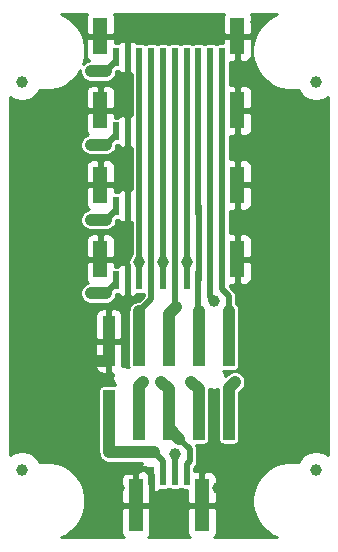
<source format=gbr>
G04 #@! TF.GenerationSoftware,KiCad,Pcbnew,5.1.0-rc2-unknown-036be7d~80~ubuntu16.04.1*
G04 #@! TF.CreationDate,2023-05-22T15:02:47+03:00*
G04 #@! TF.ProjectId,UEXT-P4Q_Rev_A,55455854-2d50-4345-915f-5265765f412e,A*
G04 #@! TF.SameCoordinates,Original*
G04 #@! TF.FileFunction,Copper,L1,Top*
G04 #@! TF.FilePolarity,Positive*
%FSLAX46Y46*%
G04 Gerber Fmt 4.6, Leading zero omitted, Abs format (unit mm)*
G04 Created by KiCad (PCBNEW 5.1.0-rc2-unknown-036be7d~80~ubuntu16.04.1) date 2023-05-22 15:02:47*
%MOMM*%
%LPD*%
G04 APERTURE LIST*
%ADD10C,1.000000*%
%ADD11R,1.200000X3.100000*%
%ADD12R,0.600000X1.550000*%
%ADD13R,0.500000X1.550000*%
%ADD14R,1.200000X4.500000*%
%ADD15R,1.000000X4.250000*%
%ADD16C,0.508000*%
%ADD17C,1.016000*%
%ADD18C,0.254000*%
G04 APERTURE END LIST*
D10*
X99441000Y-165608000D03*
X74549000Y-165608000D03*
X74549000Y-132715000D03*
X99441000Y-132715000D03*
D11*
X92800000Y-128850000D03*
X81200000Y-128850000D03*
D12*
X91500000Y-130625000D03*
X90500000Y-130625000D03*
X89500000Y-130625000D03*
X88500000Y-130625000D03*
X87500000Y-130625000D03*
X86500000Y-130625000D03*
X85500000Y-130625000D03*
X84500000Y-130625000D03*
X83500000Y-130625000D03*
X82500000Y-130625000D03*
D13*
X88500000Y-166100000D03*
X86500000Y-166100000D03*
X87500000Y-166100000D03*
D14*
X84200000Y-168575000D03*
X89800000Y-168575000D03*
D13*
X85500000Y-166100000D03*
D15*
X81920000Y-160925000D03*
X81920000Y-154675000D03*
X84460000Y-160925000D03*
X84460000Y-154675000D03*
X87000000Y-160925000D03*
X87000000Y-154675000D03*
X89540000Y-160925000D03*
X89540000Y-154675000D03*
X92080000Y-160925000D03*
X92080000Y-154675000D03*
D11*
X92800000Y-135150000D03*
X81200000Y-135150000D03*
D12*
X91500000Y-136925000D03*
X90500000Y-136925000D03*
X89500000Y-136925000D03*
X88500000Y-136925000D03*
X87500000Y-136925000D03*
X86500000Y-136925000D03*
X85500000Y-136925000D03*
X84500000Y-136925000D03*
X83500000Y-136925000D03*
X82500000Y-136925000D03*
X82500000Y-143225000D03*
X83500000Y-143225000D03*
X84500000Y-143225000D03*
X85500000Y-143225000D03*
X86500000Y-143225000D03*
X87500000Y-143225000D03*
X88500000Y-143225000D03*
X89500000Y-143225000D03*
X90500000Y-143225000D03*
X91500000Y-143225000D03*
D11*
X81200000Y-141450000D03*
X92800000Y-141450000D03*
X92800000Y-147750000D03*
X81200000Y-147750000D03*
D12*
X91500000Y-149525000D03*
X90500000Y-149525000D03*
X89500000Y-149525000D03*
X88500000Y-149525000D03*
X87500000Y-149525000D03*
X86500000Y-149525000D03*
X85500000Y-149525000D03*
X84500000Y-149525000D03*
X83500000Y-149525000D03*
X82500000Y-149525000D03*
D10*
X84455000Y-147955000D03*
X84836000Y-158115000D03*
X86487000Y-147955000D03*
X86360000Y-158115000D03*
X87503000Y-164211000D03*
X87630000Y-151765000D03*
X88519000Y-147955000D03*
X88900000Y-158115000D03*
X90805000Y-151257000D03*
X92583000Y-158115000D03*
X78105000Y-156337000D03*
X82804000Y-167132000D03*
X91186000Y-167132000D03*
X86995000Y-170688000D03*
X79756000Y-170688000D03*
X94234000Y-170688000D03*
X83058000Y-151384000D03*
X83058000Y-145034000D03*
X83058000Y-138811000D03*
X83058000Y-132461000D03*
X74930000Y-162560000D03*
X74930000Y-156210000D03*
X74930000Y-149860000D03*
X74930000Y-143510000D03*
X74930000Y-137160000D03*
X99060000Y-135890000D03*
X99060000Y-142240000D03*
X99060000Y-148590000D03*
X99060000Y-154940000D03*
X99060000Y-161290000D03*
X78105000Y-154940000D03*
X86995000Y-127635000D03*
X94361000Y-127635000D03*
X79629000Y-127635000D03*
X81925000Y-164084000D03*
X83185000Y-164084000D03*
X81661000Y-150622000D03*
X80391000Y-150622000D03*
X80391000Y-144399000D03*
X81661000Y-144399000D03*
X80391000Y-138049000D03*
X81661000Y-138049000D03*
X80391000Y-131826000D03*
X81661000Y-131826000D03*
D16*
X84500000Y-148000000D02*
X84455000Y-147955000D01*
X84500000Y-149525000D02*
X84500000Y-148000000D01*
D17*
X84460000Y-158491000D02*
X84836000Y-158115000D01*
X84460000Y-160925000D02*
X84460000Y-158491000D01*
D16*
X84500000Y-147910000D02*
X84455000Y-147955000D01*
X84500000Y-143225000D02*
X84500000Y-147910000D01*
X84500000Y-143225000D02*
X84500000Y-138131000D01*
X84500000Y-136925000D02*
X84500000Y-138131000D01*
X84500000Y-136925000D02*
X84500000Y-132760000D01*
X84500000Y-130625000D02*
X84500000Y-132760000D01*
D17*
X84460000Y-154675000D02*
X84460000Y-152151000D01*
D16*
X85500000Y-151111000D02*
X84460000Y-152151000D01*
X85500000Y-149525000D02*
X85500000Y-151111000D01*
X85471000Y-149496000D02*
X85500000Y-149525000D01*
X85471000Y-143254000D02*
X85471000Y-149496000D01*
X85500000Y-143225000D02*
X85471000Y-143254000D01*
X85500000Y-143225000D02*
X85500000Y-138205000D01*
X85500000Y-136925000D02*
X85500000Y-138205000D01*
X85500000Y-136925000D02*
X85500000Y-132813000D01*
X85500000Y-130625000D02*
X85500000Y-132813000D01*
D17*
X87000000Y-162057000D02*
X87884000Y-162941000D01*
X87000000Y-160925000D02*
X87000000Y-162057000D01*
D16*
X88500000Y-166100000D02*
X88500000Y-165119000D01*
X88500000Y-165119000D02*
X88773000Y-164846000D01*
X88773000Y-163830000D02*
X87884000Y-162941000D01*
X88773000Y-164846000D02*
X88773000Y-163830000D01*
X86500000Y-147968000D02*
X86487000Y-147955000D01*
X86500000Y-149525000D02*
X86500000Y-147968000D01*
D17*
X87000000Y-158755000D02*
X87000000Y-160925000D01*
X86360000Y-158115000D02*
X87000000Y-158755000D01*
D16*
X86500000Y-147942000D02*
X86487000Y-147955000D01*
X86500000Y-143225000D02*
X86500000Y-147942000D01*
X86500000Y-143225000D02*
X86500000Y-139052000D01*
X86500000Y-136925000D02*
X86500000Y-139052000D01*
X86500000Y-136925000D02*
X86500000Y-132829000D01*
X86500000Y-130625000D02*
X86500000Y-132829000D01*
X87500000Y-164214000D02*
X87500000Y-166100000D01*
X87503000Y-164211000D02*
X87500000Y-164214000D01*
D17*
X87000000Y-152395000D02*
X87000000Y-154675000D01*
X87630000Y-151765000D02*
X87000000Y-152395000D01*
D16*
X87630000Y-151765000D02*
X87500000Y-151635000D01*
X87500000Y-151635000D02*
X87500000Y-149525000D01*
X87500000Y-149525000D02*
X87500000Y-144275000D01*
X87500000Y-143225000D02*
X87500000Y-144275000D01*
X87500000Y-143225000D02*
X87500000Y-139068000D01*
X87500000Y-136925000D02*
X87500000Y-139068000D01*
X87500000Y-136925000D02*
X87500000Y-132845000D01*
X87500000Y-130625000D02*
X87500000Y-132845000D01*
X88500000Y-147974000D02*
X88519000Y-147955000D01*
X88500000Y-149525000D02*
X88500000Y-147974000D01*
D17*
X89540000Y-158755000D02*
X88900000Y-158115000D01*
X89540000Y-160925000D02*
X89540000Y-158755000D01*
D16*
X88500000Y-147936000D02*
X88519000Y-147955000D01*
X88500000Y-143225000D02*
X88500000Y-147936000D01*
X88500000Y-143225000D02*
X88500000Y-139084000D01*
X88500000Y-136925000D02*
X88500000Y-139084000D01*
X88500000Y-136925000D02*
X88500000Y-132861000D01*
X88500000Y-130625000D02*
X88500000Y-132861000D01*
D17*
X89540000Y-154675000D02*
X89540000Y-152151000D01*
D16*
X89500000Y-152111000D02*
X89540000Y-152151000D01*
X89500000Y-149525000D02*
X89500000Y-152111000D01*
X89535000Y-149490000D02*
X89500000Y-149525000D01*
X89535000Y-143260000D02*
X89535000Y-149490000D01*
X89500000Y-143225000D02*
X89535000Y-143260000D01*
X89500000Y-143225000D02*
X89500000Y-139100000D01*
X89500000Y-136925000D02*
X89500000Y-139100000D01*
X89500000Y-136925000D02*
X89500000Y-132877000D01*
X89500000Y-130625000D02*
X89500000Y-132877000D01*
X90500000Y-150952000D02*
X90805000Y-151257000D01*
X90500000Y-149525000D02*
X90500000Y-150952000D01*
D17*
X92080000Y-158618000D02*
X92583000Y-158115000D01*
X92080000Y-160925000D02*
X92080000Y-158618000D01*
D16*
X90500000Y-149525000D02*
X90500000Y-144958000D01*
X90500000Y-143225000D02*
X90500000Y-144958000D01*
X90500000Y-143225000D02*
X90500000Y-139116000D01*
X90500000Y-136925000D02*
X90500000Y-139116000D01*
X90500000Y-136925000D02*
X90500000Y-132766000D01*
X90500000Y-130625000D02*
X90500000Y-132766000D01*
D17*
X92080000Y-154675000D02*
X92080000Y-152151000D01*
D16*
X92075000Y-152146000D02*
X92080000Y-152151000D01*
X92075000Y-150876000D02*
X92075000Y-152146000D01*
X91500000Y-150301000D02*
X92075000Y-150876000D01*
X91500000Y-149525000D02*
X91500000Y-150301000D01*
X91500000Y-149525000D02*
X91500000Y-145228000D01*
X91500000Y-143225000D02*
X91500000Y-145228000D01*
X91500000Y-143225000D02*
X91500000Y-139252000D01*
X91500000Y-136925000D02*
X91500000Y-139252000D01*
X91500000Y-136925000D02*
X91500000Y-132909000D01*
X91500000Y-130625000D02*
X91500000Y-132909000D01*
D17*
X81920000Y-154675000D02*
X81920000Y-156078000D01*
X81920000Y-156078000D02*
X81661000Y-156337000D01*
X81661000Y-156337000D02*
X78105000Y-156337000D01*
D16*
X85500000Y-166100000D02*
X85500000Y-165891000D01*
X85090000Y-165481000D02*
X84074000Y-165481000D01*
X85500000Y-165891000D02*
X85090000Y-165481000D01*
D17*
X80645000Y-165481000D02*
X84074000Y-165481000D01*
X78105000Y-162941000D02*
X80645000Y-165481000D01*
X78105000Y-156337000D02*
X78105000Y-162941000D01*
D16*
X83500000Y-144592000D02*
X83058000Y-145034000D01*
X83500000Y-143225000D02*
X83500000Y-144592000D01*
X83500000Y-150942000D02*
X83058000Y-151384000D01*
X83500000Y-149525000D02*
X83500000Y-150942000D01*
X83500000Y-138369000D02*
X83058000Y-138811000D01*
X83500000Y-136925000D02*
X83500000Y-138369000D01*
X83500000Y-132019000D02*
X83058000Y-132461000D01*
X83500000Y-130625000D02*
X83500000Y-132019000D01*
D17*
X78105000Y-156337000D02*
X78105000Y-154940000D01*
X81920000Y-160925000D02*
X81920000Y-164079000D01*
X81920000Y-164079000D02*
X81925000Y-164084000D01*
X81925000Y-164084000D02*
X85725000Y-164084000D01*
D16*
X86500000Y-164859000D02*
X85725000Y-164084000D01*
X86500000Y-166100000D02*
X86500000Y-164859000D01*
X82500000Y-149783000D02*
X81661000Y-150622000D01*
X82500000Y-149525000D02*
X82500000Y-149783000D01*
D17*
X80391000Y-150622000D02*
X81661000Y-150622000D01*
D16*
X82500000Y-143560000D02*
X81661000Y-144399000D01*
X82500000Y-143225000D02*
X82500000Y-143560000D01*
D17*
X81661000Y-144399000D02*
X80391000Y-144399000D01*
D16*
X82500000Y-137210000D02*
X81661000Y-138049000D01*
X82500000Y-136925000D02*
X82500000Y-137210000D01*
D17*
X81661000Y-138049000D02*
X80391000Y-138049000D01*
D16*
X82500000Y-130987000D02*
X81661000Y-131826000D01*
X82500000Y-130625000D02*
X82500000Y-130987000D01*
D17*
X81661000Y-131826000D02*
X80391000Y-131826000D01*
D18*
G36*
X79989403Y-127114777D02*
G01*
X79965000Y-127237458D01*
X79965000Y-128564250D01*
X80123750Y-128723000D01*
X81073000Y-128723000D01*
X81073000Y-128703000D01*
X81327000Y-128703000D01*
X81327000Y-128723000D01*
X82276250Y-128723000D01*
X82435000Y-128564250D01*
X82435000Y-127237458D01*
X82410597Y-127114777D01*
X82366369Y-127008000D01*
X91633631Y-127008000D01*
X91589403Y-127114777D01*
X91565000Y-127237458D01*
X91565000Y-128564250D01*
X91723750Y-128723000D01*
X92673000Y-128723000D01*
X92673000Y-128703000D01*
X92927000Y-128703000D01*
X92927000Y-128723000D01*
X93876250Y-128723000D01*
X94035000Y-128564250D01*
X94035000Y-127237458D01*
X94010597Y-127114777D01*
X93966369Y-127008000D01*
X96170879Y-127008000D01*
X95824075Y-127151651D01*
X95279161Y-127515750D01*
X94815750Y-127979161D01*
X94451651Y-128524075D01*
X94200855Y-129129550D01*
X94073000Y-129772319D01*
X94073000Y-130427681D01*
X94200855Y-131070450D01*
X94451651Y-131675925D01*
X94815750Y-132220839D01*
X95279161Y-132684250D01*
X95824075Y-133048349D01*
X96429550Y-133299145D01*
X97072319Y-133427000D01*
X97727681Y-133427000D01*
X97940052Y-133384757D01*
X97984992Y-133493252D01*
X98164798Y-133762352D01*
X98393648Y-133991202D01*
X98662748Y-134171008D01*
X98961755Y-134294861D01*
X99279179Y-134358000D01*
X99602821Y-134358000D01*
X99920245Y-134294861D01*
X100219252Y-134171008D01*
X100488352Y-133991202D01*
X100492001Y-133987553D01*
X100492000Y-164335446D01*
X100488352Y-164331798D01*
X100219252Y-164151992D01*
X99920245Y-164028139D01*
X99602821Y-163965000D01*
X99279179Y-163965000D01*
X98961755Y-164028139D01*
X98662748Y-164151992D01*
X98393648Y-164331798D01*
X98164798Y-164560648D01*
X97984992Y-164829748D01*
X97948853Y-164916994D01*
X97727681Y-164873000D01*
X97072319Y-164873000D01*
X96429550Y-165000855D01*
X95824075Y-165251651D01*
X95279161Y-165615750D01*
X94815750Y-166079161D01*
X94451651Y-166624075D01*
X94200855Y-167229550D01*
X94073000Y-167872319D01*
X94073000Y-168527681D01*
X94200855Y-169170450D01*
X94451651Y-169775925D01*
X94815750Y-170320839D01*
X95279161Y-170784250D01*
X95824075Y-171148349D01*
X96170879Y-171292000D01*
X90831026Y-171292000D01*
X90893237Y-171229789D01*
X90962730Y-171125785D01*
X91010597Y-171010223D01*
X91035000Y-170887542D01*
X91035000Y-168860750D01*
X90876250Y-168702000D01*
X89927000Y-168702000D01*
X89927000Y-168722000D01*
X89673000Y-168722000D01*
X89673000Y-168702000D01*
X88723750Y-168702000D01*
X88565000Y-168860750D01*
X88565000Y-170887542D01*
X88589403Y-171010223D01*
X88637270Y-171125785D01*
X88706763Y-171229789D01*
X88768974Y-171292000D01*
X85231026Y-171292000D01*
X85293237Y-171229789D01*
X85362730Y-171125785D01*
X85410597Y-171010223D01*
X85435000Y-170887542D01*
X85435000Y-168860750D01*
X85276250Y-168702000D01*
X84327000Y-168702000D01*
X84327000Y-168722000D01*
X84073000Y-168722000D01*
X84073000Y-168702000D01*
X83123750Y-168702000D01*
X82965000Y-168860750D01*
X82965000Y-170887542D01*
X82989403Y-171010223D01*
X83037270Y-171125785D01*
X83106763Y-171229789D01*
X83168974Y-171292000D01*
X77829121Y-171292000D01*
X78175925Y-171148349D01*
X78720839Y-170784250D01*
X79184250Y-170320839D01*
X79548349Y-169775925D01*
X79799145Y-169170450D01*
X79927000Y-168527681D01*
X79927000Y-167872319D01*
X79799145Y-167229550D01*
X79548349Y-166624075D01*
X79306725Y-166262458D01*
X82965000Y-166262458D01*
X82965000Y-168289250D01*
X83123750Y-168448000D01*
X84073000Y-168448000D01*
X84073000Y-165848750D01*
X83914250Y-165690000D01*
X83537458Y-165690000D01*
X83414777Y-165714403D01*
X83299215Y-165762270D01*
X83195211Y-165831763D01*
X83106763Y-165920211D01*
X83037270Y-166024215D01*
X82989403Y-166139777D01*
X82965000Y-166262458D01*
X79306725Y-166262458D01*
X79184250Y-166079161D01*
X78720839Y-165615750D01*
X78175925Y-165251651D01*
X77570450Y-165000855D01*
X76927681Y-164873000D01*
X76272319Y-164873000D01*
X76041908Y-164918832D01*
X76005008Y-164829748D01*
X75825202Y-164560648D01*
X75596352Y-164331798D01*
X75327252Y-164151992D01*
X75151035Y-164079000D01*
X81026700Y-164079000D01*
X81043864Y-164253274D01*
X81094698Y-164420852D01*
X81177248Y-164575291D01*
X81253181Y-164667815D01*
X81288342Y-164710659D01*
X81291085Y-164712910D01*
X81293341Y-164715659D01*
X81428709Y-164826753D01*
X81583149Y-164909303D01*
X81750726Y-164960136D01*
X81881333Y-164973000D01*
X81881339Y-164973000D01*
X81924999Y-164977300D01*
X81968659Y-164973000D01*
X84721491Y-164973000D01*
X84687270Y-165024215D01*
X84639403Y-165139777D01*
X84615000Y-165262458D01*
X84615000Y-165690000D01*
X84485750Y-165690000D01*
X84327000Y-165848750D01*
X84327000Y-168448000D01*
X85276250Y-168448000D01*
X85435000Y-168289250D01*
X85435000Y-166262458D01*
X85410597Y-166139777D01*
X85362730Y-166024215D01*
X85353000Y-166009653D01*
X85353000Y-165973000D01*
X85375000Y-165973000D01*
X85375000Y-165953000D01*
X85625000Y-165953000D01*
X85625000Y-165973000D01*
X85647000Y-165973000D01*
X85647000Y-166227000D01*
X85625000Y-166227000D01*
X85625000Y-167351250D01*
X85783750Y-167510000D01*
X85812542Y-167510000D01*
X85935223Y-167485597D01*
X86050785Y-167437730D01*
X86154789Y-167368237D01*
X86243237Y-167279789D01*
X86257901Y-167257843D01*
X86750000Y-167257843D01*
X86824689Y-167250487D01*
X86896508Y-167228701D01*
X86962696Y-167193322D01*
X87000000Y-167162708D01*
X87037304Y-167193322D01*
X87103492Y-167228701D01*
X87175311Y-167250487D01*
X87250000Y-167257843D01*
X87750000Y-167257843D01*
X87824689Y-167250487D01*
X87896508Y-167228701D01*
X87962696Y-167193322D01*
X88000000Y-167162708D01*
X88037304Y-167193322D01*
X88103492Y-167228701D01*
X88175311Y-167250487D01*
X88250000Y-167257843D01*
X88565000Y-167257843D01*
X88565000Y-168289250D01*
X88723750Y-168448000D01*
X89673000Y-168448000D01*
X89673000Y-165848750D01*
X89927000Y-165848750D01*
X89927000Y-168448000D01*
X90876250Y-168448000D01*
X91035000Y-168289250D01*
X91035000Y-166262458D01*
X91010597Y-166139777D01*
X90962730Y-166024215D01*
X90893237Y-165920211D01*
X90804789Y-165831763D01*
X90700785Y-165762270D01*
X90585223Y-165714403D01*
X90462542Y-165690000D01*
X90085750Y-165690000D01*
X89927000Y-165848750D01*
X89673000Y-165848750D01*
X89514250Y-165690000D01*
X89137458Y-165690000D01*
X89135000Y-165690489D01*
X89135000Y-165382024D01*
X89199951Y-165317073D01*
X89224185Y-165297185D01*
X89303537Y-165200494D01*
X89362502Y-165090180D01*
X89398812Y-164970482D01*
X89408000Y-164877192D01*
X89408000Y-164877182D01*
X89411071Y-164846001D01*
X89408000Y-164814820D01*
X89408000Y-163861189D01*
X89411072Y-163830000D01*
X89406841Y-163787044D01*
X89398812Y-163705518D01*
X89362502Y-163585820D01*
X89330892Y-163526682D01*
X89303538Y-163475506D01*
X89268525Y-163432843D01*
X90040000Y-163432843D01*
X90114689Y-163425487D01*
X90186508Y-163403701D01*
X90252696Y-163368322D01*
X90310711Y-163320711D01*
X90358322Y-163262696D01*
X90393701Y-163196508D01*
X90415487Y-163124689D01*
X90422843Y-163050000D01*
X90422843Y-161031178D01*
X90429000Y-160968667D01*
X90429000Y-158798660D01*
X90433300Y-158755000D01*
X90429000Y-158711340D01*
X90429000Y-158711333D01*
X90428248Y-158703700D01*
X90523853Y-158743301D01*
X90713380Y-158781000D01*
X90906620Y-158781000D01*
X91096147Y-158743301D01*
X91191001Y-158704011D01*
X91191000Y-160968666D01*
X91197157Y-161031177D01*
X91197157Y-163050000D01*
X91204513Y-163124689D01*
X91226299Y-163196508D01*
X91261678Y-163262696D01*
X91309289Y-163320711D01*
X91367304Y-163368322D01*
X91433492Y-163403701D01*
X91505311Y-163425487D01*
X91580000Y-163432843D01*
X92580000Y-163432843D01*
X92654689Y-163425487D01*
X92726508Y-163403701D01*
X92792696Y-163368322D01*
X92850711Y-163320711D01*
X92898322Y-163262696D01*
X92933701Y-163196508D01*
X92955487Y-163124689D01*
X92962843Y-163050000D01*
X92962843Y-161031178D01*
X92969000Y-160968667D01*
X92969000Y-158986234D01*
X93242494Y-158712740D01*
X93325751Y-158611292D01*
X93408302Y-158456853D01*
X93459136Y-158289276D01*
X93476300Y-158115001D01*
X93459136Y-157940726D01*
X93408302Y-157773149D01*
X93325751Y-157618709D01*
X93214658Y-157483342D01*
X93079291Y-157372249D01*
X92924851Y-157289698D01*
X92757274Y-157238864D01*
X92582999Y-157221700D01*
X92408724Y-157238864D01*
X92241147Y-157289698D01*
X92086708Y-157372249D01*
X91985260Y-157455506D01*
X91782105Y-157658661D01*
X91753301Y-157513853D01*
X91679351Y-157335322D01*
X91577290Y-157182576D01*
X91580000Y-157182843D01*
X92580000Y-157182843D01*
X92654689Y-157175487D01*
X92726508Y-157153701D01*
X92792696Y-157118322D01*
X92850711Y-157070711D01*
X92898322Y-157012696D01*
X92933701Y-156946508D01*
X92955487Y-156874689D01*
X92962843Y-156800000D01*
X92962843Y-154781178D01*
X92969000Y-154718667D01*
X92969000Y-152107333D01*
X92956136Y-151976726D01*
X92905303Y-151809149D01*
X92822753Y-151654709D01*
X92711659Y-151519341D01*
X92710000Y-151517979D01*
X92710000Y-150907189D01*
X92713072Y-150876000D01*
X92708297Y-150827519D01*
X92700812Y-150751518D01*
X92664502Y-150631820D01*
X92632892Y-150572682D01*
X92605538Y-150521506D01*
X92546069Y-150449043D01*
X92546065Y-150449039D01*
X92526185Y-150424815D01*
X92501961Y-150404935D01*
X92182843Y-150085818D01*
X92182843Y-149935000D01*
X92514250Y-149935000D01*
X92673000Y-149776250D01*
X92673000Y-147877000D01*
X92927000Y-147877000D01*
X92927000Y-149776250D01*
X93085750Y-149935000D01*
X93462542Y-149935000D01*
X93585223Y-149910597D01*
X93700785Y-149862730D01*
X93804789Y-149793237D01*
X93893237Y-149704789D01*
X93962730Y-149600785D01*
X94010597Y-149485223D01*
X94035000Y-149362542D01*
X94035000Y-148035750D01*
X93876250Y-147877000D01*
X92927000Y-147877000D01*
X92673000Y-147877000D01*
X92653000Y-147877000D01*
X92653000Y-147623000D01*
X92673000Y-147623000D01*
X92673000Y-145723750D01*
X92927000Y-145723750D01*
X92927000Y-147623000D01*
X93876250Y-147623000D01*
X94035000Y-147464250D01*
X94035000Y-146137458D01*
X94010597Y-146014777D01*
X93962730Y-145899215D01*
X93893237Y-145795211D01*
X93804789Y-145706763D01*
X93700785Y-145637270D01*
X93585223Y-145589403D01*
X93462542Y-145565000D01*
X93085750Y-145565000D01*
X92927000Y-145723750D01*
X92673000Y-145723750D01*
X92514250Y-145565000D01*
X92137458Y-145565000D01*
X92135000Y-145565489D01*
X92135000Y-144181494D01*
X92153701Y-144146508D01*
X92175487Y-144074689D01*
X92182843Y-144000000D01*
X92182843Y-143635000D01*
X92514250Y-143635000D01*
X92673000Y-143476250D01*
X92673000Y-141577000D01*
X92927000Y-141577000D01*
X92927000Y-143476250D01*
X93085750Y-143635000D01*
X93462542Y-143635000D01*
X93585223Y-143610597D01*
X93700785Y-143562730D01*
X93804789Y-143493237D01*
X93893237Y-143404789D01*
X93962730Y-143300785D01*
X94010597Y-143185223D01*
X94035000Y-143062542D01*
X94035000Y-141735750D01*
X93876250Y-141577000D01*
X92927000Y-141577000D01*
X92673000Y-141577000D01*
X92653000Y-141577000D01*
X92653000Y-141323000D01*
X92673000Y-141323000D01*
X92673000Y-139423750D01*
X92927000Y-139423750D01*
X92927000Y-141323000D01*
X93876250Y-141323000D01*
X94035000Y-141164250D01*
X94035000Y-139837458D01*
X94010597Y-139714777D01*
X93962730Y-139599215D01*
X93893237Y-139495211D01*
X93804789Y-139406763D01*
X93700785Y-139337270D01*
X93585223Y-139289403D01*
X93462542Y-139265000D01*
X93085750Y-139265000D01*
X92927000Y-139423750D01*
X92673000Y-139423750D01*
X92514250Y-139265000D01*
X92137458Y-139265000D01*
X92135000Y-139265489D01*
X92135000Y-137881494D01*
X92153701Y-137846508D01*
X92175487Y-137774689D01*
X92182843Y-137700000D01*
X92182843Y-137335000D01*
X92514250Y-137335000D01*
X92673000Y-137176250D01*
X92673000Y-135277000D01*
X92927000Y-135277000D01*
X92927000Y-137176250D01*
X93085750Y-137335000D01*
X93462542Y-137335000D01*
X93585223Y-137310597D01*
X93700785Y-137262730D01*
X93804789Y-137193237D01*
X93893237Y-137104789D01*
X93962730Y-137000785D01*
X94010597Y-136885223D01*
X94035000Y-136762542D01*
X94035000Y-135435750D01*
X93876250Y-135277000D01*
X92927000Y-135277000D01*
X92673000Y-135277000D01*
X92653000Y-135277000D01*
X92653000Y-135023000D01*
X92673000Y-135023000D01*
X92673000Y-133123750D01*
X92927000Y-133123750D01*
X92927000Y-135023000D01*
X93876250Y-135023000D01*
X94035000Y-134864250D01*
X94035000Y-133537458D01*
X94010597Y-133414777D01*
X93962730Y-133299215D01*
X93893237Y-133195211D01*
X93804789Y-133106763D01*
X93700785Y-133037270D01*
X93585223Y-132989403D01*
X93462542Y-132965000D01*
X93085750Y-132965000D01*
X92927000Y-133123750D01*
X92673000Y-133123750D01*
X92514250Y-132965000D01*
X92137458Y-132965000D01*
X92135000Y-132965489D01*
X92135000Y-131581494D01*
X92153701Y-131546508D01*
X92175487Y-131474689D01*
X92182843Y-131400000D01*
X92182843Y-131035000D01*
X92514250Y-131035000D01*
X92673000Y-130876250D01*
X92673000Y-128977000D01*
X92927000Y-128977000D01*
X92927000Y-130876250D01*
X93085750Y-131035000D01*
X93462542Y-131035000D01*
X93585223Y-131010597D01*
X93700785Y-130962730D01*
X93804789Y-130893237D01*
X93893237Y-130804789D01*
X93962730Y-130700785D01*
X94010597Y-130585223D01*
X94035000Y-130462542D01*
X94035000Y-129135750D01*
X93876250Y-128977000D01*
X92927000Y-128977000D01*
X92673000Y-128977000D01*
X91723750Y-128977000D01*
X91565000Y-129135750D01*
X91565000Y-129467157D01*
X91200000Y-129467157D01*
X91125311Y-129474513D01*
X91053492Y-129496299D01*
X91000000Y-129524892D01*
X90946508Y-129496299D01*
X90874689Y-129474513D01*
X90800000Y-129467157D01*
X90200000Y-129467157D01*
X90125311Y-129474513D01*
X90053492Y-129496299D01*
X90000000Y-129524892D01*
X89946508Y-129496299D01*
X89874689Y-129474513D01*
X89800000Y-129467157D01*
X89200000Y-129467157D01*
X89125311Y-129474513D01*
X89053492Y-129496299D01*
X89000000Y-129524892D01*
X88946508Y-129496299D01*
X88874689Y-129474513D01*
X88800000Y-129467157D01*
X88200000Y-129467157D01*
X88125311Y-129474513D01*
X88053492Y-129496299D01*
X88000000Y-129524892D01*
X87946508Y-129496299D01*
X87874689Y-129474513D01*
X87800000Y-129467157D01*
X87200000Y-129467157D01*
X87125311Y-129474513D01*
X87053492Y-129496299D01*
X87000000Y-129524892D01*
X86946508Y-129496299D01*
X86874689Y-129474513D01*
X86800000Y-129467157D01*
X86200000Y-129467157D01*
X86125311Y-129474513D01*
X86053492Y-129496299D01*
X86000000Y-129524892D01*
X85946508Y-129496299D01*
X85874689Y-129474513D01*
X85800000Y-129467157D01*
X85200000Y-129467157D01*
X85125311Y-129474513D01*
X85053492Y-129496299D01*
X85000000Y-129524892D01*
X84946508Y-129496299D01*
X84874689Y-129474513D01*
X84800000Y-129467157D01*
X84307901Y-129467157D01*
X84293237Y-129445211D01*
X84204789Y-129356763D01*
X84100785Y-129287270D01*
X83985223Y-129239403D01*
X83862542Y-129215000D01*
X83785750Y-129215000D01*
X83627000Y-129373750D01*
X83627000Y-130498000D01*
X83647000Y-130498000D01*
X83647000Y-130752000D01*
X83627000Y-130752000D01*
X83627000Y-131876250D01*
X83785750Y-132035000D01*
X83862542Y-132035000D01*
X83865001Y-132034511D01*
X83865001Y-132728808D01*
X83865000Y-135515489D01*
X83862542Y-135515000D01*
X83785750Y-135515000D01*
X83627000Y-135673750D01*
X83627000Y-136798000D01*
X83647000Y-136798000D01*
X83647000Y-137052000D01*
X83627000Y-137052000D01*
X83627000Y-138176250D01*
X83785750Y-138335000D01*
X83862542Y-138335000D01*
X83865001Y-138334511D01*
X83865000Y-141815489D01*
X83862542Y-141815000D01*
X83785750Y-141815000D01*
X83627000Y-141973750D01*
X83627000Y-143098000D01*
X83647000Y-143098000D01*
X83647000Y-143352000D01*
X83627000Y-143352000D01*
X83627000Y-144476250D01*
X83785750Y-144635000D01*
X83862542Y-144635000D01*
X83865000Y-144634511D01*
X83865001Y-147299076D01*
X83770682Y-147393395D01*
X83674268Y-147537690D01*
X83607856Y-147698022D01*
X83574000Y-147868229D01*
X83574000Y-148041771D01*
X83607856Y-148211978D01*
X83631556Y-148269194D01*
X83627000Y-148273750D01*
X83627000Y-149398000D01*
X83647000Y-149398000D01*
X83647000Y-149652000D01*
X83627000Y-149652000D01*
X83627000Y-150776250D01*
X83785750Y-150935000D01*
X83862542Y-150935000D01*
X83985223Y-150910597D01*
X84100785Y-150862730D01*
X84204789Y-150793237D01*
X84293237Y-150704789D01*
X84307901Y-150682843D01*
X84800000Y-150682843D01*
X84865001Y-150676441D01*
X84865001Y-150847974D01*
X84454761Y-151258215D01*
X84285727Y-151274864D01*
X84118150Y-151325697D01*
X83963710Y-151408247D01*
X83828342Y-151519341D01*
X83717248Y-151654709D01*
X83634698Y-151809149D01*
X83583865Y-151976726D01*
X83571001Y-152107333D01*
X83571000Y-154718666D01*
X83577157Y-154781177D01*
X83577157Y-156800000D01*
X83584513Y-156874689D01*
X83593845Y-156905451D01*
X83476147Y-156856699D01*
X83286620Y-156819000D01*
X83093380Y-156819000D01*
X83055000Y-156826634D01*
X83055000Y-154960750D01*
X82896250Y-154802000D01*
X82047000Y-154802000D01*
X82047000Y-157276250D01*
X82205750Y-157435000D01*
X82279361Y-157435000D01*
X82246699Y-157513853D01*
X82209000Y-157703380D01*
X82209000Y-157896620D01*
X82246699Y-158086147D01*
X82320649Y-158264678D01*
X82422710Y-158417424D01*
X82420000Y-158417157D01*
X81420000Y-158417157D01*
X81345311Y-158424513D01*
X81273492Y-158446299D01*
X81207304Y-158481678D01*
X81149289Y-158529289D01*
X81101678Y-158587304D01*
X81066299Y-158653492D01*
X81044513Y-158725311D01*
X81037157Y-158800000D01*
X81037157Y-160818823D01*
X81031000Y-160881334D01*
X81031001Y-164035330D01*
X81026700Y-164079000D01*
X75151035Y-164079000D01*
X75028245Y-164028139D01*
X74710821Y-163965000D01*
X74387179Y-163965000D01*
X74069755Y-164028139D01*
X73770748Y-164151992D01*
X73508000Y-164327554D01*
X73508000Y-154960750D01*
X80785000Y-154960750D01*
X80785000Y-156862542D01*
X80809403Y-156985223D01*
X80857270Y-157100785D01*
X80926763Y-157204789D01*
X81015211Y-157293237D01*
X81119215Y-157362730D01*
X81234777Y-157410597D01*
X81357458Y-157435000D01*
X81634250Y-157435000D01*
X81793000Y-157276250D01*
X81793000Y-154802000D01*
X80943750Y-154802000D01*
X80785000Y-154960750D01*
X73508000Y-154960750D01*
X73508000Y-152487458D01*
X80785000Y-152487458D01*
X80785000Y-154389250D01*
X80943750Y-154548000D01*
X81793000Y-154548000D01*
X81793000Y-152073750D01*
X82047000Y-152073750D01*
X82047000Y-154548000D01*
X82896250Y-154548000D01*
X83055000Y-154389250D01*
X83055000Y-152487458D01*
X83030597Y-152364777D01*
X82982730Y-152249215D01*
X82913237Y-152145211D01*
X82824789Y-152056763D01*
X82720785Y-151987270D01*
X82605223Y-151939403D01*
X82482542Y-151915000D01*
X82205750Y-151915000D01*
X82047000Y-152073750D01*
X81793000Y-152073750D01*
X81634250Y-151915000D01*
X81357458Y-151915000D01*
X81234777Y-151939403D01*
X81119215Y-151987270D01*
X81015211Y-152056763D01*
X80926763Y-152145211D01*
X80857270Y-152249215D01*
X80809403Y-152364777D01*
X80785000Y-152487458D01*
X73508000Y-152487458D01*
X73508000Y-150622000D01*
X79497699Y-150622000D01*
X79514864Y-150796274D01*
X79565697Y-150963851D01*
X79648247Y-151118291D01*
X79759341Y-151253659D01*
X79894709Y-151364753D01*
X80049149Y-151447303D01*
X80216726Y-151498136D01*
X80347333Y-151511000D01*
X81704667Y-151511000D01*
X81835274Y-151498136D01*
X82002851Y-151447303D01*
X82157291Y-151364753D01*
X82292659Y-151253659D01*
X82403753Y-151118291D01*
X82486303Y-150963851D01*
X82537136Y-150796274D01*
X82548308Y-150682843D01*
X82692099Y-150682843D01*
X82706763Y-150704789D01*
X82795211Y-150793237D01*
X82899215Y-150862730D01*
X83014777Y-150910597D01*
X83137458Y-150935000D01*
X83214250Y-150935000D01*
X83373000Y-150776250D01*
X83373000Y-149652000D01*
X83353000Y-149652000D01*
X83353000Y-149398000D01*
X83373000Y-149398000D01*
X83373000Y-148273750D01*
X83214250Y-148115000D01*
X83137458Y-148115000D01*
X83014777Y-148139403D01*
X82899215Y-148187270D01*
X82795211Y-148256763D01*
X82706763Y-148345211D01*
X82692099Y-148367157D01*
X82435000Y-148367157D01*
X82435000Y-148035750D01*
X82276250Y-147877000D01*
X81327000Y-147877000D01*
X81327000Y-147897000D01*
X81073000Y-147897000D01*
X81073000Y-147877000D01*
X80123750Y-147877000D01*
X79965000Y-148035750D01*
X79965000Y-149362542D01*
X79989403Y-149485223D01*
X80037270Y-149600785D01*
X80106763Y-149704789D01*
X80163871Y-149761897D01*
X80049149Y-149796697D01*
X79894709Y-149879247D01*
X79759341Y-149990341D01*
X79648247Y-150125709D01*
X79565697Y-150280149D01*
X79514864Y-150447726D01*
X79497699Y-150622000D01*
X73508000Y-150622000D01*
X73508000Y-146137458D01*
X79965000Y-146137458D01*
X79965000Y-147464250D01*
X80123750Y-147623000D01*
X81073000Y-147623000D01*
X81073000Y-145723750D01*
X81327000Y-145723750D01*
X81327000Y-147623000D01*
X82276250Y-147623000D01*
X82435000Y-147464250D01*
X82435000Y-146137458D01*
X82410597Y-146014777D01*
X82362730Y-145899215D01*
X82293237Y-145795211D01*
X82204789Y-145706763D01*
X82100785Y-145637270D01*
X81985223Y-145589403D01*
X81862542Y-145565000D01*
X81485750Y-145565000D01*
X81327000Y-145723750D01*
X81073000Y-145723750D01*
X80914250Y-145565000D01*
X80537458Y-145565000D01*
X80414777Y-145589403D01*
X80299215Y-145637270D01*
X80195211Y-145706763D01*
X80106763Y-145795211D01*
X80037270Y-145899215D01*
X79989403Y-146014777D01*
X79965000Y-146137458D01*
X73508000Y-146137458D01*
X73508000Y-144399000D01*
X79497699Y-144399000D01*
X79514864Y-144573274D01*
X79565697Y-144740851D01*
X79648247Y-144895291D01*
X79759341Y-145030659D01*
X79894709Y-145141753D01*
X80049149Y-145224303D01*
X80216726Y-145275136D01*
X80347333Y-145288000D01*
X81704667Y-145288000D01*
X81835274Y-145275136D01*
X82002851Y-145224303D01*
X82157291Y-145141753D01*
X82292659Y-145030659D01*
X82403753Y-144895291D01*
X82486303Y-144740851D01*
X82537136Y-144573274D01*
X82553785Y-144404240D01*
X82575182Y-144382843D01*
X82692099Y-144382843D01*
X82706763Y-144404789D01*
X82795211Y-144493237D01*
X82899215Y-144562730D01*
X83014777Y-144610597D01*
X83137458Y-144635000D01*
X83214250Y-144635000D01*
X83373000Y-144476250D01*
X83373000Y-143352000D01*
X83353000Y-143352000D01*
X83353000Y-143098000D01*
X83373000Y-143098000D01*
X83373000Y-141973750D01*
X83214250Y-141815000D01*
X83137458Y-141815000D01*
X83014777Y-141839403D01*
X82899215Y-141887270D01*
X82795211Y-141956763D01*
X82706763Y-142045211D01*
X82692099Y-142067157D01*
X82435000Y-142067157D01*
X82435000Y-141735750D01*
X82276250Y-141577000D01*
X81327000Y-141577000D01*
X81327000Y-141597000D01*
X81073000Y-141597000D01*
X81073000Y-141577000D01*
X80123750Y-141577000D01*
X79965000Y-141735750D01*
X79965000Y-143062542D01*
X79989403Y-143185223D01*
X80037270Y-143300785D01*
X80106763Y-143404789D01*
X80195211Y-143493237D01*
X80236619Y-143520905D01*
X80216726Y-143522864D01*
X80049149Y-143573697D01*
X79894709Y-143656247D01*
X79759341Y-143767341D01*
X79648247Y-143902709D01*
X79565697Y-144057149D01*
X79514864Y-144224726D01*
X79497699Y-144399000D01*
X73508000Y-144399000D01*
X73508000Y-139837458D01*
X79965000Y-139837458D01*
X79965000Y-141164250D01*
X80123750Y-141323000D01*
X81073000Y-141323000D01*
X81073000Y-139423750D01*
X81327000Y-139423750D01*
X81327000Y-141323000D01*
X82276250Y-141323000D01*
X82435000Y-141164250D01*
X82435000Y-139837458D01*
X82410597Y-139714777D01*
X82362730Y-139599215D01*
X82293237Y-139495211D01*
X82204789Y-139406763D01*
X82100785Y-139337270D01*
X81985223Y-139289403D01*
X81862542Y-139265000D01*
X81485750Y-139265000D01*
X81327000Y-139423750D01*
X81073000Y-139423750D01*
X80914250Y-139265000D01*
X80537458Y-139265000D01*
X80414777Y-139289403D01*
X80299215Y-139337270D01*
X80195211Y-139406763D01*
X80106763Y-139495211D01*
X80037270Y-139599215D01*
X79989403Y-139714777D01*
X79965000Y-139837458D01*
X73508000Y-139837458D01*
X73508000Y-138049000D01*
X79497699Y-138049000D01*
X79514864Y-138223274D01*
X79565697Y-138390851D01*
X79648247Y-138545291D01*
X79759341Y-138680659D01*
X79894709Y-138791753D01*
X80049149Y-138874303D01*
X80216726Y-138925136D01*
X80347333Y-138938000D01*
X81704667Y-138938000D01*
X81835274Y-138925136D01*
X82002851Y-138874303D01*
X82157291Y-138791753D01*
X82292659Y-138680659D01*
X82403753Y-138545291D01*
X82486303Y-138390851D01*
X82537136Y-138223274D01*
X82550968Y-138082843D01*
X82692099Y-138082843D01*
X82706763Y-138104789D01*
X82795211Y-138193237D01*
X82899215Y-138262730D01*
X83014777Y-138310597D01*
X83137458Y-138335000D01*
X83214250Y-138335000D01*
X83373000Y-138176250D01*
X83373000Y-137052000D01*
X83353000Y-137052000D01*
X83353000Y-136798000D01*
X83373000Y-136798000D01*
X83373000Y-135673750D01*
X83214250Y-135515000D01*
X83137458Y-135515000D01*
X83014777Y-135539403D01*
X82899215Y-135587270D01*
X82795211Y-135656763D01*
X82706763Y-135745211D01*
X82692099Y-135767157D01*
X82435000Y-135767157D01*
X82435000Y-135435750D01*
X82276250Y-135277000D01*
X81327000Y-135277000D01*
X81327000Y-135297000D01*
X81073000Y-135297000D01*
X81073000Y-135277000D01*
X80123750Y-135277000D01*
X79965000Y-135435750D01*
X79965000Y-136762542D01*
X79989403Y-136885223D01*
X80037270Y-137000785D01*
X80106763Y-137104789D01*
X80184587Y-137182613D01*
X80049149Y-137223697D01*
X79894709Y-137306247D01*
X79759341Y-137417341D01*
X79648247Y-137552709D01*
X79565697Y-137707149D01*
X79514864Y-137874726D01*
X79497699Y-138049000D01*
X73508000Y-138049000D01*
X73508000Y-133995446D01*
X73770748Y-134171008D01*
X74069755Y-134294861D01*
X74387179Y-134358000D01*
X74710821Y-134358000D01*
X75028245Y-134294861D01*
X75327252Y-134171008D01*
X75596352Y-133991202D01*
X75825202Y-133762352D01*
X75975470Y-133537458D01*
X79965000Y-133537458D01*
X79965000Y-134864250D01*
X80123750Y-135023000D01*
X81073000Y-135023000D01*
X81073000Y-133123750D01*
X81327000Y-133123750D01*
X81327000Y-135023000D01*
X82276250Y-135023000D01*
X82435000Y-134864250D01*
X82435000Y-133537458D01*
X82410597Y-133414777D01*
X82362730Y-133299215D01*
X82293237Y-133195211D01*
X82204789Y-133106763D01*
X82100785Y-133037270D01*
X81985223Y-132989403D01*
X81862542Y-132965000D01*
X81485750Y-132965000D01*
X81327000Y-133123750D01*
X81073000Y-133123750D01*
X80914250Y-132965000D01*
X80537458Y-132965000D01*
X80414777Y-132989403D01*
X80299215Y-133037270D01*
X80195211Y-133106763D01*
X80106763Y-133195211D01*
X80037270Y-133299215D01*
X79989403Y-133414777D01*
X79965000Y-133537458D01*
X75975470Y-133537458D01*
X76005008Y-133493252D01*
X76050710Y-133382919D01*
X76272319Y-133427000D01*
X76927681Y-133427000D01*
X77570450Y-133299145D01*
X78175925Y-133048349D01*
X78720839Y-132684250D01*
X79184250Y-132220839D01*
X79506279Y-131738887D01*
X79497699Y-131826000D01*
X79514864Y-132000274D01*
X79565697Y-132167851D01*
X79648247Y-132322291D01*
X79759341Y-132457659D01*
X79894709Y-132568753D01*
X80049149Y-132651303D01*
X80216726Y-132702136D01*
X80347333Y-132715000D01*
X81704667Y-132715000D01*
X81835274Y-132702136D01*
X82002851Y-132651303D01*
X82157291Y-132568753D01*
X82292659Y-132457659D01*
X82403753Y-132322291D01*
X82486303Y-132167851D01*
X82537136Y-132000274D01*
X82553785Y-131831240D01*
X82602182Y-131782843D01*
X82692099Y-131782843D01*
X82706763Y-131804789D01*
X82795211Y-131893237D01*
X82899215Y-131962730D01*
X83014777Y-132010597D01*
X83137458Y-132035000D01*
X83214250Y-132035000D01*
X83373000Y-131876250D01*
X83373000Y-130752000D01*
X83353000Y-130752000D01*
X83353000Y-130498000D01*
X83373000Y-130498000D01*
X83373000Y-129373750D01*
X83214250Y-129215000D01*
X83137458Y-129215000D01*
X83014777Y-129239403D01*
X82899215Y-129287270D01*
X82795211Y-129356763D01*
X82706763Y-129445211D01*
X82692099Y-129467157D01*
X82435000Y-129467157D01*
X82435000Y-129135750D01*
X82276250Y-128977000D01*
X81327000Y-128977000D01*
X81327000Y-128997000D01*
X81073000Y-128997000D01*
X81073000Y-128977000D01*
X80123750Y-128977000D01*
X79965000Y-129135750D01*
X79965000Y-130462542D01*
X79989403Y-130585223D01*
X80037270Y-130700785D01*
X80106763Y-130804789D01*
X80195211Y-130893237D01*
X80271836Y-130944436D01*
X80216726Y-130949864D01*
X80049149Y-131000697D01*
X79894709Y-131083247D01*
X79759341Y-131194341D01*
X79736095Y-131222666D01*
X79799145Y-131070450D01*
X79927000Y-130427681D01*
X79927000Y-129772319D01*
X79799145Y-129129550D01*
X79548349Y-128524075D01*
X79184250Y-127979161D01*
X78720839Y-127515750D01*
X78175925Y-127151651D01*
X77829121Y-127008000D01*
X80033631Y-127008000D01*
X79989403Y-127114777D01*
X79989403Y-127114777D01*
G37*
X79989403Y-127114777D02*
X79965000Y-127237458D01*
X79965000Y-128564250D01*
X80123750Y-128723000D01*
X81073000Y-128723000D01*
X81073000Y-128703000D01*
X81327000Y-128703000D01*
X81327000Y-128723000D01*
X82276250Y-128723000D01*
X82435000Y-128564250D01*
X82435000Y-127237458D01*
X82410597Y-127114777D01*
X82366369Y-127008000D01*
X91633631Y-127008000D01*
X91589403Y-127114777D01*
X91565000Y-127237458D01*
X91565000Y-128564250D01*
X91723750Y-128723000D01*
X92673000Y-128723000D01*
X92673000Y-128703000D01*
X92927000Y-128703000D01*
X92927000Y-128723000D01*
X93876250Y-128723000D01*
X94035000Y-128564250D01*
X94035000Y-127237458D01*
X94010597Y-127114777D01*
X93966369Y-127008000D01*
X96170879Y-127008000D01*
X95824075Y-127151651D01*
X95279161Y-127515750D01*
X94815750Y-127979161D01*
X94451651Y-128524075D01*
X94200855Y-129129550D01*
X94073000Y-129772319D01*
X94073000Y-130427681D01*
X94200855Y-131070450D01*
X94451651Y-131675925D01*
X94815750Y-132220839D01*
X95279161Y-132684250D01*
X95824075Y-133048349D01*
X96429550Y-133299145D01*
X97072319Y-133427000D01*
X97727681Y-133427000D01*
X97940052Y-133384757D01*
X97984992Y-133493252D01*
X98164798Y-133762352D01*
X98393648Y-133991202D01*
X98662748Y-134171008D01*
X98961755Y-134294861D01*
X99279179Y-134358000D01*
X99602821Y-134358000D01*
X99920245Y-134294861D01*
X100219252Y-134171008D01*
X100488352Y-133991202D01*
X100492001Y-133987553D01*
X100492000Y-164335446D01*
X100488352Y-164331798D01*
X100219252Y-164151992D01*
X99920245Y-164028139D01*
X99602821Y-163965000D01*
X99279179Y-163965000D01*
X98961755Y-164028139D01*
X98662748Y-164151992D01*
X98393648Y-164331798D01*
X98164798Y-164560648D01*
X97984992Y-164829748D01*
X97948853Y-164916994D01*
X97727681Y-164873000D01*
X97072319Y-164873000D01*
X96429550Y-165000855D01*
X95824075Y-165251651D01*
X95279161Y-165615750D01*
X94815750Y-166079161D01*
X94451651Y-166624075D01*
X94200855Y-167229550D01*
X94073000Y-167872319D01*
X94073000Y-168527681D01*
X94200855Y-169170450D01*
X94451651Y-169775925D01*
X94815750Y-170320839D01*
X95279161Y-170784250D01*
X95824075Y-171148349D01*
X96170879Y-171292000D01*
X90831026Y-171292000D01*
X90893237Y-171229789D01*
X90962730Y-171125785D01*
X91010597Y-171010223D01*
X91035000Y-170887542D01*
X91035000Y-168860750D01*
X90876250Y-168702000D01*
X89927000Y-168702000D01*
X89927000Y-168722000D01*
X89673000Y-168722000D01*
X89673000Y-168702000D01*
X88723750Y-168702000D01*
X88565000Y-168860750D01*
X88565000Y-170887542D01*
X88589403Y-171010223D01*
X88637270Y-171125785D01*
X88706763Y-171229789D01*
X88768974Y-171292000D01*
X85231026Y-171292000D01*
X85293237Y-171229789D01*
X85362730Y-171125785D01*
X85410597Y-171010223D01*
X85435000Y-170887542D01*
X85435000Y-168860750D01*
X85276250Y-168702000D01*
X84327000Y-168702000D01*
X84327000Y-168722000D01*
X84073000Y-168722000D01*
X84073000Y-168702000D01*
X83123750Y-168702000D01*
X82965000Y-168860750D01*
X82965000Y-170887542D01*
X82989403Y-171010223D01*
X83037270Y-171125785D01*
X83106763Y-171229789D01*
X83168974Y-171292000D01*
X77829121Y-171292000D01*
X78175925Y-171148349D01*
X78720839Y-170784250D01*
X79184250Y-170320839D01*
X79548349Y-169775925D01*
X79799145Y-169170450D01*
X79927000Y-168527681D01*
X79927000Y-167872319D01*
X79799145Y-167229550D01*
X79548349Y-166624075D01*
X79306725Y-166262458D01*
X82965000Y-166262458D01*
X82965000Y-168289250D01*
X83123750Y-168448000D01*
X84073000Y-168448000D01*
X84073000Y-165848750D01*
X83914250Y-165690000D01*
X83537458Y-165690000D01*
X83414777Y-165714403D01*
X83299215Y-165762270D01*
X83195211Y-165831763D01*
X83106763Y-165920211D01*
X83037270Y-166024215D01*
X82989403Y-166139777D01*
X82965000Y-166262458D01*
X79306725Y-166262458D01*
X79184250Y-166079161D01*
X78720839Y-165615750D01*
X78175925Y-165251651D01*
X77570450Y-165000855D01*
X76927681Y-164873000D01*
X76272319Y-164873000D01*
X76041908Y-164918832D01*
X76005008Y-164829748D01*
X75825202Y-164560648D01*
X75596352Y-164331798D01*
X75327252Y-164151992D01*
X75151035Y-164079000D01*
X81026700Y-164079000D01*
X81043864Y-164253274D01*
X81094698Y-164420852D01*
X81177248Y-164575291D01*
X81253181Y-164667815D01*
X81288342Y-164710659D01*
X81291085Y-164712910D01*
X81293341Y-164715659D01*
X81428709Y-164826753D01*
X81583149Y-164909303D01*
X81750726Y-164960136D01*
X81881333Y-164973000D01*
X81881339Y-164973000D01*
X81924999Y-164977300D01*
X81968659Y-164973000D01*
X84721491Y-164973000D01*
X84687270Y-165024215D01*
X84639403Y-165139777D01*
X84615000Y-165262458D01*
X84615000Y-165690000D01*
X84485750Y-165690000D01*
X84327000Y-165848750D01*
X84327000Y-168448000D01*
X85276250Y-168448000D01*
X85435000Y-168289250D01*
X85435000Y-166262458D01*
X85410597Y-166139777D01*
X85362730Y-166024215D01*
X85353000Y-166009653D01*
X85353000Y-165973000D01*
X85375000Y-165973000D01*
X85375000Y-165953000D01*
X85625000Y-165953000D01*
X85625000Y-165973000D01*
X85647000Y-165973000D01*
X85647000Y-166227000D01*
X85625000Y-166227000D01*
X85625000Y-167351250D01*
X85783750Y-167510000D01*
X85812542Y-167510000D01*
X85935223Y-167485597D01*
X86050785Y-167437730D01*
X86154789Y-167368237D01*
X86243237Y-167279789D01*
X86257901Y-167257843D01*
X86750000Y-167257843D01*
X86824689Y-167250487D01*
X86896508Y-167228701D01*
X86962696Y-167193322D01*
X87000000Y-167162708D01*
X87037304Y-167193322D01*
X87103492Y-167228701D01*
X87175311Y-167250487D01*
X87250000Y-167257843D01*
X87750000Y-167257843D01*
X87824689Y-167250487D01*
X87896508Y-167228701D01*
X87962696Y-167193322D01*
X88000000Y-167162708D01*
X88037304Y-167193322D01*
X88103492Y-167228701D01*
X88175311Y-167250487D01*
X88250000Y-167257843D01*
X88565000Y-167257843D01*
X88565000Y-168289250D01*
X88723750Y-168448000D01*
X89673000Y-168448000D01*
X89673000Y-165848750D01*
X89927000Y-165848750D01*
X89927000Y-168448000D01*
X90876250Y-168448000D01*
X91035000Y-168289250D01*
X91035000Y-166262458D01*
X91010597Y-166139777D01*
X90962730Y-166024215D01*
X90893237Y-165920211D01*
X90804789Y-165831763D01*
X90700785Y-165762270D01*
X90585223Y-165714403D01*
X90462542Y-165690000D01*
X90085750Y-165690000D01*
X89927000Y-165848750D01*
X89673000Y-165848750D01*
X89514250Y-165690000D01*
X89137458Y-165690000D01*
X89135000Y-165690489D01*
X89135000Y-165382024D01*
X89199951Y-165317073D01*
X89224185Y-165297185D01*
X89303537Y-165200494D01*
X89362502Y-165090180D01*
X89398812Y-164970482D01*
X89408000Y-164877192D01*
X89408000Y-164877182D01*
X89411071Y-164846001D01*
X89408000Y-164814820D01*
X89408000Y-163861189D01*
X89411072Y-163830000D01*
X89406841Y-163787044D01*
X89398812Y-163705518D01*
X89362502Y-163585820D01*
X89330892Y-163526682D01*
X89303538Y-163475506D01*
X89268525Y-163432843D01*
X90040000Y-163432843D01*
X90114689Y-163425487D01*
X90186508Y-163403701D01*
X90252696Y-163368322D01*
X90310711Y-163320711D01*
X90358322Y-163262696D01*
X90393701Y-163196508D01*
X90415487Y-163124689D01*
X90422843Y-163050000D01*
X90422843Y-161031178D01*
X90429000Y-160968667D01*
X90429000Y-158798660D01*
X90433300Y-158755000D01*
X90429000Y-158711340D01*
X90429000Y-158711333D01*
X90428248Y-158703700D01*
X90523853Y-158743301D01*
X90713380Y-158781000D01*
X90906620Y-158781000D01*
X91096147Y-158743301D01*
X91191001Y-158704011D01*
X91191000Y-160968666D01*
X91197157Y-161031177D01*
X91197157Y-163050000D01*
X91204513Y-163124689D01*
X91226299Y-163196508D01*
X91261678Y-163262696D01*
X91309289Y-163320711D01*
X91367304Y-163368322D01*
X91433492Y-163403701D01*
X91505311Y-163425487D01*
X91580000Y-163432843D01*
X92580000Y-163432843D01*
X92654689Y-163425487D01*
X92726508Y-163403701D01*
X92792696Y-163368322D01*
X92850711Y-163320711D01*
X92898322Y-163262696D01*
X92933701Y-163196508D01*
X92955487Y-163124689D01*
X92962843Y-163050000D01*
X92962843Y-161031178D01*
X92969000Y-160968667D01*
X92969000Y-158986234D01*
X93242494Y-158712740D01*
X93325751Y-158611292D01*
X93408302Y-158456853D01*
X93459136Y-158289276D01*
X93476300Y-158115001D01*
X93459136Y-157940726D01*
X93408302Y-157773149D01*
X93325751Y-157618709D01*
X93214658Y-157483342D01*
X93079291Y-157372249D01*
X92924851Y-157289698D01*
X92757274Y-157238864D01*
X92582999Y-157221700D01*
X92408724Y-157238864D01*
X92241147Y-157289698D01*
X92086708Y-157372249D01*
X91985260Y-157455506D01*
X91782105Y-157658661D01*
X91753301Y-157513853D01*
X91679351Y-157335322D01*
X91577290Y-157182576D01*
X91580000Y-157182843D01*
X92580000Y-157182843D01*
X92654689Y-157175487D01*
X92726508Y-157153701D01*
X92792696Y-157118322D01*
X92850711Y-157070711D01*
X92898322Y-157012696D01*
X92933701Y-156946508D01*
X92955487Y-156874689D01*
X92962843Y-156800000D01*
X92962843Y-154781178D01*
X92969000Y-154718667D01*
X92969000Y-152107333D01*
X92956136Y-151976726D01*
X92905303Y-151809149D01*
X92822753Y-151654709D01*
X92711659Y-151519341D01*
X92710000Y-151517979D01*
X92710000Y-150907189D01*
X92713072Y-150876000D01*
X92708297Y-150827519D01*
X92700812Y-150751518D01*
X92664502Y-150631820D01*
X92632892Y-150572682D01*
X92605538Y-150521506D01*
X92546069Y-150449043D01*
X92546065Y-150449039D01*
X92526185Y-150424815D01*
X92501961Y-150404935D01*
X92182843Y-150085818D01*
X92182843Y-149935000D01*
X92514250Y-149935000D01*
X92673000Y-149776250D01*
X92673000Y-147877000D01*
X92927000Y-147877000D01*
X92927000Y-149776250D01*
X93085750Y-149935000D01*
X93462542Y-149935000D01*
X93585223Y-149910597D01*
X93700785Y-149862730D01*
X93804789Y-149793237D01*
X93893237Y-149704789D01*
X93962730Y-149600785D01*
X94010597Y-149485223D01*
X94035000Y-149362542D01*
X94035000Y-148035750D01*
X93876250Y-147877000D01*
X92927000Y-147877000D01*
X92673000Y-147877000D01*
X92653000Y-147877000D01*
X92653000Y-147623000D01*
X92673000Y-147623000D01*
X92673000Y-145723750D01*
X92927000Y-145723750D01*
X92927000Y-147623000D01*
X93876250Y-147623000D01*
X94035000Y-147464250D01*
X94035000Y-146137458D01*
X94010597Y-146014777D01*
X93962730Y-145899215D01*
X93893237Y-145795211D01*
X93804789Y-145706763D01*
X93700785Y-145637270D01*
X93585223Y-145589403D01*
X93462542Y-145565000D01*
X93085750Y-145565000D01*
X92927000Y-145723750D01*
X92673000Y-145723750D01*
X92514250Y-145565000D01*
X92137458Y-145565000D01*
X92135000Y-145565489D01*
X92135000Y-144181494D01*
X92153701Y-144146508D01*
X92175487Y-144074689D01*
X92182843Y-144000000D01*
X92182843Y-143635000D01*
X92514250Y-143635000D01*
X92673000Y-143476250D01*
X92673000Y-141577000D01*
X92927000Y-141577000D01*
X92927000Y-143476250D01*
X93085750Y-143635000D01*
X93462542Y-143635000D01*
X93585223Y-143610597D01*
X93700785Y-143562730D01*
X93804789Y-143493237D01*
X93893237Y-143404789D01*
X93962730Y-143300785D01*
X94010597Y-143185223D01*
X94035000Y-143062542D01*
X94035000Y-141735750D01*
X93876250Y-141577000D01*
X92927000Y-141577000D01*
X92673000Y-141577000D01*
X92653000Y-141577000D01*
X92653000Y-141323000D01*
X92673000Y-141323000D01*
X92673000Y-139423750D01*
X92927000Y-139423750D01*
X92927000Y-141323000D01*
X93876250Y-141323000D01*
X94035000Y-141164250D01*
X94035000Y-139837458D01*
X94010597Y-139714777D01*
X93962730Y-139599215D01*
X93893237Y-139495211D01*
X93804789Y-139406763D01*
X93700785Y-139337270D01*
X93585223Y-139289403D01*
X93462542Y-139265000D01*
X93085750Y-139265000D01*
X92927000Y-139423750D01*
X92673000Y-139423750D01*
X92514250Y-139265000D01*
X92137458Y-139265000D01*
X92135000Y-139265489D01*
X92135000Y-137881494D01*
X92153701Y-137846508D01*
X92175487Y-137774689D01*
X92182843Y-137700000D01*
X92182843Y-137335000D01*
X92514250Y-137335000D01*
X92673000Y-137176250D01*
X92673000Y-135277000D01*
X92927000Y-135277000D01*
X92927000Y-137176250D01*
X93085750Y-137335000D01*
X93462542Y-137335000D01*
X93585223Y-137310597D01*
X93700785Y-137262730D01*
X93804789Y-137193237D01*
X93893237Y-137104789D01*
X93962730Y-137000785D01*
X94010597Y-136885223D01*
X94035000Y-136762542D01*
X94035000Y-135435750D01*
X93876250Y-135277000D01*
X92927000Y-135277000D01*
X92673000Y-135277000D01*
X92653000Y-135277000D01*
X92653000Y-135023000D01*
X92673000Y-135023000D01*
X92673000Y-133123750D01*
X92927000Y-133123750D01*
X92927000Y-135023000D01*
X93876250Y-135023000D01*
X94035000Y-134864250D01*
X94035000Y-133537458D01*
X94010597Y-133414777D01*
X93962730Y-133299215D01*
X93893237Y-133195211D01*
X93804789Y-133106763D01*
X93700785Y-133037270D01*
X93585223Y-132989403D01*
X93462542Y-132965000D01*
X93085750Y-132965000D01*
X92927000Y-133123750D01*
X92673000Y-133123750D01*
X92514250Y-132965000D01*
X92137458Y-132965000D01*
X92135000Y-132965489D01*
X92135000Y-131581494D01*
X92153701Y-131546508D01*
X92175487Y-131474689D01*
X92182843Y-131400000D01*
X92182843Y-131035000D01*
X92514250Y-131035000D01*
X92673000Y-130876250D01*
X92673000Y-128977000D01*
X92927000Y-128977000D01*
X92927000Y-130876250D01*
X93085750Y-131035000D01*
X93462542Y-131035000D01*
X93585223Y-131010597D01*
X93700785Y-130962730D01*
X93804789Y-130893237D01*
X93893237Y-130804789D01*
X93962730Y-130700785D01*
X94010597Y-130585223D01*
X94035000Y-130462542D01*
X94035000Y-129135750D01*
X93876250Y-128977000D01*
X92927000Y-128977000D01*
X92673000Y-128977000D01*
X91723750Y-128977000D01*
X91565000Y-129135750D01*
X91565000Y-129467157D01*
X91200000Y-129467157D01*
X91125311Y-129474513D01*
X91053492Y-129496299D01*
X91000000Y-129524892D01*
X90946508Y-129496299D01*
X90874689Y-129474513D01*
X90800000Y-129467157D01*
X90200000Y-129467157D01*
X90125311Y-129474513D01*
X90053492Y-129496299D01*
X90000000Y-129524892D01*
X89946508Y-129496299D01*
X89874689Y-129474513D01*
X89800000Y-129467157D01*
X89200000Y-129467157D01*
X89125311Y-129474513D01*
X89053492Y-129496299D01*
X89000000Y-129524892D01*
X88946508Y-129496299D01*
X88874689Y-129474513D01*
X88800000Y-129467157D01*
X88200000Y-129467157D01*
X88125311Y-129474513D01*
X88053492Y-129496299D01*
X88000000Y-129524892D01*
X87946508Y-129496299D01*
X87874689Y-129474513D01*
X87800000Y-129467157D01*
X87200000Y-129467157D01*
X87125311Y-129474513D01*
X87053492Y-129496299D01*
X87000000Y-129524892D01*
X86946508Y-129496299D01*
X86874689Y-129474513D01*
X86800000Y-129467157D01*
X86200000Y-129467157D01*
X86125311Y-129474513D01*
X86053492Y-129496299D01*
X86000000Y-129524892D01*
X85946508Y-129496299D01*
X85874689Y-129474513D01*
X85800000Y-129467157D01*
X85200000Y-129467157D01*
X85125311Y-129474513D01*
X85053492Y-129496299D01*
X85000000Y-129524892D01*
X84946508Y-129496299D01*
X84874689Y-129474513D01*
X84800000Y-129467157D01*
X84307901Y-129467157D01*
X84293237Y-129445211D01*
X84204789Y-129356763D01*
X84100785Y-129287270D01*
X83985223Y-129239403D01*
X83862542Y-129215000D01*
X83785750Y-129215000D01*
X83627000Y-129373750D01*
X83627000Y-130498000D01*
X83647000Y-130498000D01*
X83647000Y-130752000D01*
X83627000Y-130752000D01*
X83627000Y-131876250D01*
X83785750Y-132035000D01*
X83862542Y-132035000D01*
X83865001Y-132034511D01*
X83865001Y-132728808D01*
X83865000Y-135515489D01*
X83862542Y-135515000D01*
X83785750Y-135515000D01*
X83627000Y-135673750D01*
X83627000Y-136798000D01*
X83647000Y-136798000D01*
X83647000Y-137052000D01*
X83627000Y-137052000D01*
X83627000Y-138176250D01*
X83785750Y-138335000D01*
X83862542Y-138335000D01*
X83865001Y-138334511D01*
X83865000Y-141815489D01*
X83862542Y-141815000D01*
X83785750Y-141815000D01*
X83627000Y-141973750D01*
X83627000Y-143098000D01*
X83647000Y-143098000D01*
X83647000Y-143352000D01*
X83627000Y-143352000D01*
X83627000Y-144476250D01*
X83785750Y-144635000D01*
X83862542Y-144635000D01*
X83865000Y-144634511D01*
X83865001Y-147299076D01*
X83770682Y-147393395D01*
X83674268Y-147537690D01*
X83607856Y-147698022D01*
X83574000Y-147868229D01*
X83574000Y-148041771D01*
X83607856Y-148211978D01*
X83631556Y-148269194D01*
X83627000Y-148273750D01*
X83627000Y-149398000D01*
X83647000Y-149398000D01*
X83647000Y-149652000D01*
X83627000Y-149652000D01*
X83627000Y-150776250D01*
X83785750Y-150935000D01*
X83862542Y-150935000D01*
X83985223Y-150910597D01*
X84100785Y-150862730D01*
X84204789Y-150793237D01*
X84293237Y-150704789D01*
X84307901Y-150682843D01*
X84800000Y-150682843D01*
X84865001Y-150676441D01*
X84865001Y-150847974D01*
X84454761Y-151258215D01*
X84285727Y-151274864D01*
X84118150Y-151325697D01*
X83963710Y-151408247D01*
X83828342Y-151519341D01*
X83717248Y-151654709D01*
X83634698Y-151809149D01*
X83583865Y-151976726D01*
X83571001Y-152107333D01*
X83571000Y-154718666D01*
X83577157Y-154781177D01*
X83577157Y-156800000D01*
X83584513Y-156874689D01*
X83593845Y-156905451D01*
X83476147Y-156856699D01*
X83286620Y-156819000D01*
X83093380Y-156819000D01*
X83055000Y-156826634D01*
X83055000Y-154960750D01*
X82896250Y-154802000D01*
X82047000Y-154802000D01*
X82047000Y-157276250D01*
X82205750Y-157435000D01*
X82279361Y-157435000D01*
X82246699Y-157513853D01*
X82209000Y-157703380D01*
X82209000Y-157896620D01*
X82246699Y-158086147D01*
X82320649Y-158264678D01*
X82422710Y-158417424D01*
X82420000Y-158417157D01*
X81420000Y-158417157D01*
X81345311Y-158424513D01*
X81273492Y-158446299D01*
X81207304Y-158481678D01*
X81149289Y-158529289D01*
X81101678Y-158587304D01*
X81066299Y-158653492D01*
X81044513Y-158725311D01*
X81037157Y-158800000D01*
X81037157Y-160818823D01*
X81031000Y-160881334D01*
X81031001Y-164035330D01*
X81026700Y-164079000D01*
X75151035Y-164079000D01*
X75028245Y-164028139D01*
X74710821Y-163965000D01*
X74387179Y-163965000D01*
X74069755Y-164028139D01*
X73770748Y-164151992D01*
X73508000Y-164327554D01*
X73508000Y-154960750D01*
X80785000Y-154960750D01*
X80785000Y-156862542D01*
X80809403Y-156985223D01*
X80857270Y-157100785D01*
X80926763Y-157204789D01*
X81015211Y-157293237D01*
X81119215Y-157362730D01*
X81234777Y-157410597D01*
X81357458Y-157435000D01*
X81634250Y-157435000D01*
X81793000Y-157276250D01*
X81793000Y-154802000D01*
X80943750Y-154802000D01*
X80785000Y-154960750D01*
X73508000Y-154960750D01*
X73508000Y-152487458D01*
X80785000Y-152487458D01*
X80785000Y-154389250D01*
X80943750Y-154548000D01*
X81793000Y-154548000D01*
X81793000Y-152073750D01*
X82047000Y-152073750D01*
X82047000Y-154548000D01*
X82896250Y-154548000D01*
X83055000Y-154389250D01*
X83055000Y-152487458D01*
X83030597Y-152364777D01*
X82982730Y-152249215D01*
X82913237Y-152145211D01*
X82824789Y-152056763D01*
X82720785Y-151987270D01*
X82605223Y-151939403D01*
X82482542Y-151915000D01*
X82205750Y-151915000D01*
X82047000Y-152073750D01*
X81793000Y-152073750D01*
X81634250Y-151915000D01*
X81357458Y-151915000D01*
X81234777Y-151939403D01*
X81119215Y-151987270D01*
X81015211Y-152056763D01*
X80926763Y-152145211D01*
X80857270Y-152249215D01*
X80809403Y-152364777D01*
X80785000Y-152487458D01*
X73508000Y-152487458D01*
X73508000Y-150622000D01*
X79497699Y-150622000D01*
X79514864Y-150796274D01*
X79565697Y-150963851D01*
X79648247Y-151118291D01*
X79759341Y-151253659D01*
X79894709Y-151364753D01*
X80049149Y-151447303D01*
X80216726Y-151498136D01*
X80347333Y-151511000D01*
X81704667Y-151511000D01*
X81835274Y-151498136D01*
X82002851Y-151447303D01*
X82157291Y-151364753D01*
X82292659Y-151253659D01*
X82403753Y-151118291D01*
X82486303Y-150963851D01*
X82537136Y-150796274D01*
X82548308Y-150682843D01*
X82692099Y-150682843D01*
X82706763Y-150704789D01*
X82795211Y-150793237D01*
X82899215Y-150862730D01*
X83014777Y-150910597D01*
X83137458Y-150935000D01*
X83214250Y-150935000D01*
X83373000Y-150776250D01*
X83373000Y-149652000D01*
X83353000Y-149652000D01*
X83353000Y-149398000D01*
X83373000Y-149398000D01*
X83373000Y-148273750D01*
X83214250Y-148115000D01*
X83137458Y-148115000D01*
X83014777Y-148139403D01*
X82899215Y-148187270D01*
X82795211Y-148256763D01*
X82706763Y-148345211D01*
X82692099Y-148367157D01*
X82435000Y-148367157D01*
X82435000Y-148035750D01*
X82276250Y-147877000D01*
X81327000Y-147877000D01*
X81327000Y-147897000D01*
X81073000Y-147897000D01*
X81073000Y-147877000D01*
X80123750Y-147877000D01*
X79965000Y-148035750D01*
X79965000Y-149362542D01*
X79989403Y-149485223D01*
X80037270Y-149600785D01*
X80106763Y-149704789D01*
X80163871Y-149761897D01*
X80049149Y-149796697D01*
X79894709Y-149879247D01*
X79759341Y-149990341D01*
X79648247Y-150125709D01*
X79565697Y-150280149D01*
X79514864Y-150447726D01*
X79497699Y-150622000D01*
X73508000Y-150622000D01*
X73508000Y-146137458D01*
X79965000Y-146137458D01*
X79965000Y-147464250D01*
X80123750Y-147623000D01*
X81073000Y-147623000D01*
X81073000Y-145723750D01*
X81327000Y-145723750D01*
X81327000Y-147623000D01*
X82276250Y-147623000D01*
X82435000Y-147464250D01*
X82435000Y-146137458D01*
X82410597Y-146014777D01*
X82362730Y-145899215D01*
X82293237Y-145795211D01*
X82204789Y-145706763D01*
X82100785Y-145637270D01*
X81985223Y-145589403D01*
X81862542Y-145565000D01*
X81485750Y-145565000D01*
X81327000Y-145723750D01*
X81073000Y-145723750D01*
X80914250Y-145565000D01*
X80537458Y-145565000D01*
X80414777Y-145589403D01*
X80299215Y-145637270D01*
X80195211Y-145706763D01*
X80106763Y-145795211D01*
X80037270Y-145899215D01*
X79989403Y-146014777D01*
X79965000Y-146137458D01*
X73508000Y-146137458D01*
X73508000Y-144399000D01*
X79497699Y-144399000D01*
X79514864Y-144573274D01*
X79565697Y-144740851D01*
X79648247Y-144895291D01*
X79759341Y-145030659D01*
X79894709Y-145141753D01*
X80049149Y-145224303D01*
X80216726Y-145275136D01*
X80347333Y-145288000D01*
X81704667Y-145288000D01*
X81835274Y-145275136D01*
X82002851Y-145224303D01*
X82157291Y-145141753D01*
X82292659Y-145030659D01*
X82403753Y-144895291D01*
X82486303Y-144740851D01*
X82537136Y-144573274D01*
X82553785Y-144404240D01*
X82575182Y-144382843D01*
X82692099Y-144382843D01*
X82706763Y-144404789D01*
X82795211Y-144493237D01*
X82899215Y-144562730D01*
X83014777Y-144610597D01*
X83137458Y-144635000D01*
X83214250Y-144635000D01*
X83373000Y-144476250D01*
X83373000Y-143352000D01*
X83353000Y-143352000D01*
X83353000Y-143098000D01*
X83373000Y-143098000D01*
X83373000Y-141973750D01*
X83214250Y-141815000D01*
X83137458Y-141815000D01*
X83014777Y-141839403D01*
X82899215Y-141887270D01*
X82795211Y-141956763D01*
X82706763Y-142045211D01*
X82692099Y-142067157D01*
X82435000Y-142067157D01*
X82435000Y-141735750D01*
X82276250Y-141577000D01*
X81327000Y-141577000D01*
X81327000Y-141597000D01*
X81073000Y-141597000D01*
X81073000Y-141577000D01*
X80123750Y-141577000D01*
X79965000Y-141735750D01*
X79965000Y-143062542D01*
X79989403Y-143185223D01*
X80037270Y-143300785D01*
X80106763Y-143404789D01*
X80195211Y-143493237D01*
X80236619Y-143520905D01*
X80216726Y-143522864D01*
X80049149Y-143573697D01*
X79894709Y-143656247D01*
X79759341Y-143767341D01*
X79648247Y-143902709D01*
X79565697Y-144057149D01*
X79514864Y-144224726D01*
X79497699Y-144399000D01*
X73508000Y-144399000D01*
X73508000Y-139837458D01*
X79965000Y-139837458D01*
X79965000Y-141164250D01*
X80123750Y-141323000D01*
X81073000Y-141323000D01*
X81073000Y-139423750D01*
X81327000Y-139423750D01*
X81327000Y-141323000D01*
X82276250Y-141323000D01*
X82435000Y-141164250D01*
X82435000Y-139837458D01*
X82410597Y-139714777D01*
X82362730Y-139599215D01*
X82293237Y-139495211D01*
X82204789Y-139406763D01*
X82100785Y-139337270D01*
X81985223Y-139289403D01*
X81862542Y-139265000D01*
X81485750Y-139265000D01*
X81327000Y-139423750D01*
X81073000Y-139423750D01*
X80914250Y-139265000D01*
X80537458Y-139265000D01*
X80414777Y-139289403D01*
X80299215Y-139337270D01*
X80195211Y-139406763D01*
X80106763Y-139495211D01*
X80037270Y-139599215D01*
X79989403Y-139714777D01*
X79965000Y-139837458D01*
X73508000Y-139837458D01*
X73508000Y-138049000D01*
X79497699Y-138049000D01*
X79514864Y-138223274D01*
X79565697Y-138390851D01*
X79648247Y-138545291D01*
X79759341Y-138680659D01*
X79894709Y-138791753D01*
X80049149Y-138874303D01*
X80216726Y-138925136D01*
X80347333Y-138938000D01*
X81704667Y-138938000D01*
X81835274Y-138925136D01*
X82002851Y-138874303D01*
X82157291Y-138791753D01*
X82292659Y-138680659D01*
X82403753Y-138545291D01*
X82486303Y-138390851D01*
X82537136Y-138223274D01*
X82550968Y-138082843D01*
X82692099Y-138082843D01*
X82706763Y-138104789D01*
X82795211Y-138193237D01*
X82899215Y-138262730D01*
X83014777Y-138310597D01*
X83137458Y-138335000D01*
X83214250Y-138335000D01*
X83373000Y-138176250D01*
X83373000Y-137052000D01*
X83353000Y-137052000D01*
X83353000Y-136798000D01*
X83373000Y-136798000D01*
X83373000Y-135673750D01*
X83214250Y-135515000D01*
X83137458Y-135515000D01*
X83014777Y-135539403D01*
X82899215Y-135587270D01*
X82795211Y-135656763D01*
X82706763Y-135745211D01*
X82692099Y-135767157D01*
X82435000Y-135767157D01*
X82435000Y-135435750D01*
X82276250Y-135277000D01*
X81327000Y-135277000D01*
X81327000Y-135297000D01*
X81073000Y-135297000D01*
X81073000Y-135277000D01*
X80123750Y-135277000D01*
X79965000Y-135435750D01*
X79965000Y-136762542D01*
X79989403Y-136885223D01*
X80037270Y-137000785D01*
X80106763Y-137104789D01*
X80184587Y-137182613D01*
X80049149Y-137223697D01*
X79894709Y-137306247D01*
X79759341Y-137417341D01*
X79648247Y-137552709D01*
X79565697Y-137707149D01*
X79514864Y-137874726D01*
X79497699Y-138049000D01*
X73508000Y-138049000D01*
X73508000Y-133995446D01*
X73770748Y-134171008D01*
X74069755Y-134294861D01*
X74387179Y-134358000D01*
X74710821Y-134358000D01*
X75028245Y-134294861D01*
X75327252Y-134171008D01*
X75596352Y-133991202D01*
X75825202Y-133762352D01*
X75975470Y-133537458D01*
X79965000Y-133537458D01*
X79965000Y-134864250D01*
X80123750Y-135023000D01*
X81073000Y-135023000D01*
X81073000Y-133123750D01*
X81327000Y-133123750D01*
X81327000Y-135023000D01*
X82276250Y-135023000D01*
X82435000Y-134864250D01*
X82435000Y-133537458D01*
X82410597Y-133414777D01*
X82362730Y-133299215D01*
X82293237Y-133195211D01*
X82204789Y-133106763D01*
X82100785Y-133037270D01*
X81985223Y-132989403D01*
X81862542Y-132965000D01*
X81485750Y-132965000D01*
X81327000Y-133123750D01*
X81073000Y-133123750D01*
X80914250Y-132965000D01*
X80537458Y-132965000D01*
X80414777Y-132989403D01*
X80299215Y-133037270D01*
X80195211Y-133106763D01*
X80106763Y-133195211D01*
X80037270Y-133299215D01*
X79989403Y-133414777D01*
X79965000Y-133537458D01*
X75975470Y-133537458D01*
X76005008Y-133493252D01*
X76050710Y-133382919D01*
X76272319Y-133427000D01*
X76927681Y-133427000D01*
X77570450Y-133299145D01*
X78175925Y-133048349D01*
X78720839Y-132684250D01*
X79184250Y-132220839D01*
X79506279Y-131738887D01*
X79497699Y-131826000D01*
X79514864Y-132000274D01*
X79565697Y-132167851D01*
X79648247Y-132322291D01*
X79759341Y-132457659D01*
X79894709Y-132568753D01*
X80049149Y-132651303D01*
X80216726Y-132702136D01*
X80347333Y-132715000D01*
X81704667Y-132715000D01*
X81835274Y-132702136D01*
X82002851Y-132651303D01*
X82157291Y-132568753D01*
X82292659Y-132457659D01*
X82403753Y-132322291D01*
X82486303Y-132167851D01*
X82537136Y-132000274D01*
X82553785Y-131831240D01*
X82602182Y-131782843D01*
X82692099Y-131782843D01*
X82706763Y-131804789D01*
X82795211Y-131893237D01*
X82899215Y-131962730D01*
X83014777Y-132010597D01*
X83137458Y-132035000D01*
X83214250Y-132035000D01*
X83373000Y-131876250D01*
X83373000Y-130752000D01*
X83353000Y-130752000D01*
X83353000Y-130498000D01*
X83373000Y-130498000D01*
X83373000Y-129373750D01*
X83214250Y-129215000D01*
X83137458Y-129215000D01*
X83014777Y-129239403D01*
X82899215Y-129287270D01*
X82795211Y-129356763D01*
X82706763Y-129445211D01*
X82692099Y-129467157D01*
X82435000Y-129467157D01*
X82435000Y-129135750D01*
X82276250Y-128977000D01*
X81327000Y-128977000D01*
X81327000Y-128997000D01*
X81073000Y-128997000D01*
X81073000Y-128977000D01*
X80123750Y-128977000D01*
X79965000Y-129135750D01*
X79965000Y-130462542D01*
X79989403Y-130585223D01*
X80037270Y-130700785D01*
X80106763Y-130804789D01*
X80195211Y-130893237D01*
X80271836Y-130944436D01*
X80216726Y-130949864D01*
X80049149Y-131000697D01*
X79894709Y-131083247D01*
X79759341Y-131194341D01*
X79736095Y-131222666D01*
X79799145Y-131070450D01*
X79927000Y-130427681D01*
X79927000Y-129772319D01*
X79799145Y-129129550D01*
X79548349Y-128524075D01*
X79184250Y-127979161D01*
X78720839Y-127515750D01*
X78175925Y-127151651D01*
X77829121Y-127008000D01*
X80033631Y-127008000D01*
X79989403Y-127114777D01*
M02*

</source>
